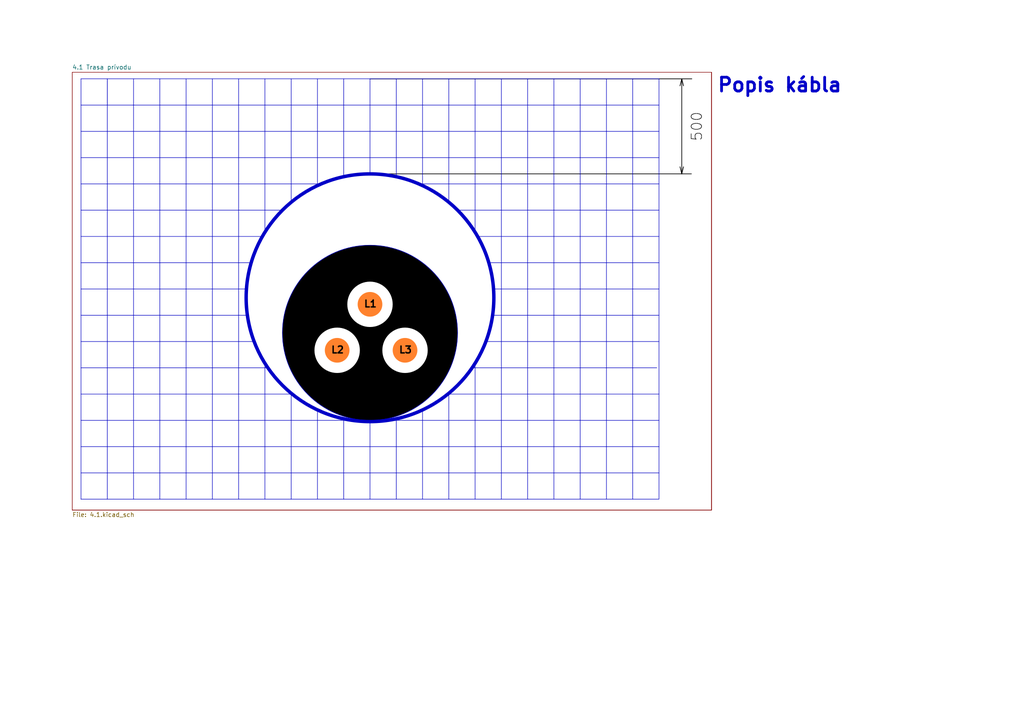
<source format=kicad_sch>
(kicad_sch
	(version 20231120)
	(generator "eeschema")
	(generator_version "8.0")
	(uuid "776e7d7d-dc35-4eeb-bc8a-8a876fc6a700")
	(paper "A4")
	(title_block
		(title "Projekt elektroinštalácie rodinného domu")
		(date "2024-05-09")
		(rev "1")
		(comment 4 "001-24")
		(comment 5 "Konanie stavby: 96901 Banská Štiavnica, Belianska 1770/15")
	)
	(lib_symbols)
	(polyline
		(pts
			(xy 197.739 50.419) (xy 198.247 48.387)
		)
		(stroke
			(width 0.2)
			(type default)
			(color 0 0 0 1)
		)
		(uuid "040611a8-3d71-484c-985f-77705870e83b")
	)
	(polyline
		(pts
			(xy 114.935 22.86) (xy 114.935 50.8)
		)
		(stroke
			(width 0)
			(type default)
		)
		(uuid "05c49ce8-955f-41fe-8244-7600d7e1efdc")
	)
	(polyline
		(pts
			(xy 139.065 68.58) (xy 191.135 68.58)
		)
		(stroke
			(width 0)
			(type default)
		)
		(uuid "06893314-5645-4e42-8fe7-c3c2acbbb6b2")
	)
	(polyline
		(pts
			(xy 160.655 22.86) (xy 160.655 144.78)
		)
		(stroke
			(width 0)
			(type default)
		)
		(uuid "06d0a0a1-1a68-400c-b4e7-6e0b92806bf3")
	)
	(polyline
		(pts
			(xy 31.115 83.82) (xy 23.495 83.82)
		)
		(stroke
			(width 0)
			(type default)
		)
		(uuid "07d5aa46-27f1-4154-8a97-f5f7e2f65c50")
	)
	(polyline
		(pts
			(xy 168.275 121.92) (xy 168.275 144.78)
		)
		(stroke
			(width 0)
			(type default)
		)
		(uuid "0b03178a-95a5-4bab-bfee-eb3b0e2bdf71")
	)
	(polyline
		(pts
			(xy 31.115 99.06) (xy 23.495 99.06)
		)
		(stroke
			(width 0)
			(type default)
		)
		(uuid "0e10ee75-0102-4a0a-bd0b-4d5b8485d754")
	)
	(polyline
		(pts
			(xy 23.495 60.96) (xy 31.115 60.96)
		)
		(stroke
			(width 0)
			(type default)
		)
		(uuid "11cec60d-ffae-4619-987d-60611c00cbb2")
	)
	(polyline
		(pts
			(xy 31.115 137.16) (xy 38.735 137.16)
		)
		(stroke
			(width 0)
			(type default)
		)
		(uuid "1502363f-fd6d-47ae-b52a-283240dd02f3")
	)
	(polyline
		(pts
			(xy 168.275 45.72) (xy 168.275 121.92)
		)
		(stroke
			(width 0)
			(type default)
		)
		(uuid "1b76dffc-bb26-4a09-9fad-0d2d7016c1de")
	)
	(polyline
		(pts
			(xy 140.97 99.06) (xy 191.135 99.06)
		)
		(stroke
			(width 0)
			(type default)
		)
		(uuid "1f9c2cda-f065-4498-9809-d0abf409d7b1")
	)
	(polyline
		(pts
			(xy 53.975 45.72) (xy 168.275 45.72)
		)
		(stroke
			(width 0)
			(type default)
		)
		(uuid "1fea345e-6255-40b7-aef9-edbe0618beba")
	)
	(polyline
		(pts
			(xy 31.115 106.68) (xy 23.495 106.68)
		)
		(stroke
			(width 0)
			(type default)
		)
		(uuid "208c49bf-b9c8-4552-91e1-2878882c4e16")
	)
	(polyline
		(pts
			(xy 23.495 45.72) (xy 31.115 45.72)
		)
		(stroke
			(width 0)
			(type default)
		)
		(uuid "20b57a37-138b-4b89-9998-e2ed3d740c2f")
	)
	(polyline
		(pts
			(xy 31.115 129.54) (xy 23.495 129.54)
		)
		(stroke
			(width 0)
			(type default)
		)
		(uuid "216510a7-840d-4999-81a4-944f2527f07c")
	)
	(polyline
		(pts
			(xy 107.315 122.555) (xy 107.315 144.78)
		)
		(stroke
			(width 0)
			(type default)
		)
		(uuid "235cccf0-e3df-49ed-8eb7-acf1016a3a74")
	)
	(polyline
		(pts
			(xy 53.975 121.92) (xy 53.975 144.78)
		)
		(stroke
			(width 0)
			(type default)
		)
		(uuid "25f6a189-b45b-4d4f-a4eb-c6747e09eec1")
	)
	(polyline
		(pts
			(xy 175.895 129.54) (xy 191.135 129.54)
		)
		(stroke
			(width 0)
			(type default)
		)
		(uuid "26be2f49-c019-45a7-b105-f8f30b57d94f")
	)
	(polyline
		(pts
			(xy 197.231 24.892) (xy 197.739 22.86)
		)
		(stroke
			(width 0.2)
			(type default)
			(color 0 0 0 1)
		)
		(uuid "2ccf1095-a0ee-4d02-988b-13b75e6c085c")
	)
	(polyline
		(pts
			(xy 142.24 76.2) (xy 191.135 76.2)
		)
		(stroke
			(width 0)
			(type default)
		)
		(uuid "309ae342-227a-4f54-a2c5-e496b5472393")
	)
	(polyline
		(pts
			(xy 183.515 137.16) (xy 183.515 144.78)
		)
		(stroke
			(width 0)
			(type default)
		)
		(uuid "30de94ba-078f-4a21-ac04-42f9086727da")
	)
	(polyline
		(pts
			(xy 31.115 38.1) (xy 23.495 38.1)
		)
		(stroke
			(width 0)
			(type default)
		)
		(uuid "3a13aca5-5287-48cf-9e54-72132d04951f")
	)
	(polyline
		(pts
			(xy 137.795 144.78) (xy 137.795 105.41)
		)
		(stroke
			(width 0)
			(type default)
		)
		(uuid "3d7fb739-4eaf-4511-a4bb-adc89f3bb29f")
	)
	(polyline
		(pts
			(xy 53.975 22.86) (xy 53.975 45.72)
		)
		(stroke
			(width 0)
			(type default)
		)
		(uuid "3dfbe99b-e51e-4851-97e1-b69de1c2cf7b")
	)
	(polyline
		(pts
			(xy 31.115 76.2) (xy 23.495 76.2)
		)
		(stroke
			(width 0)
			(type default)
		)
		(uuid "406f3a91-eed2-49e3-8dc0-64f676cb17cc")
	)
	(polyline
		(pts
			(xy 168.275 121.92) (xy 191.135 121.92)
		)
		(stroke
			(width 0)
			(type default)
		)
		(uuid "42afe1fb-dfe1-494a-aefc-274fee7bdc51")
	)
	(polyline
		(pts
			(xy 130.175 22.86) (xy 130.175 58.42)
		)
		(stroke
			(width 0)
			(type default)
		)
		(uuid "43612f7f-da19-4284-930f-f18ce6de001f")
	)
	(polyline
		(pts
			(xy 168.275 22.86) (xy 168.275 45.72)
		)
		(stroke
			(width 0)
			(type default)
		)
		(uuid "4506166e-cef1-4aa1-9caa-705644fec295")
	)
	(polyline
		(pts
			(xy 38.735 22.86) (xy 38.735 30.48)
		)
		(stroke
			(width 0)
			(type default)
		)
		(uuid "45fa1611-751d-4a68-9859-6df35651ea1d")
	)
	(polyline
		(pts
			(xy 121.92 53.34) (xy 191.135 53.34)
		)
		(stroke
			(width 0)
			(type default)
		)
		(uuid "476e0962-c644-45fa-b1fe-7d297d737403")
	)
	(polyline
		(pts
			(xy 31.115 45.72) (xy 53.975 45.72)
		)
		(stroke
			(width 0)
			(type default)
		)
		(uuid "48cc8848-df78-4e2e-92ad-23809d9efb6a")
	)
	(polyline
		(pts
			(xy 197.739 50.419) (xy 197.231 48.387)
		)
		(stroke
			(width 0.2)
			(type default)
			(color 0 0 0 1)
		)
		(uuid "4929b80c-85cd-4116-9dbf-64eac96cb967")
	)
	(polyline
		(pts
			(xy 31.115 114.3) (xy 84.455 114.3)
		)
		(stroke
			(width 0)
			(type default)
		)
		(uuid "4a26ce43-e519-4f79-8eae-9f56255ff343")
	)
	(polyline
		(pts
			(xy 143.51 83.82) (xy 191.135 83.82)
		)
		(stroke
			(width 0)
			(type default)
		)
		(uuid "4b256ff0-d759-421a-add2-45d5ac06ba05")
	)
	(polyline
		(pts
			(xy 23.495 68.58) (xy 31.115 68.58)
		)
		(stroke
			(width 0)
			(type default)
		)
		(uuid "4c7c5320-8eda-4e1d-9f07-6cdd14730aa8")
	)
	(polyline
		(pts
			(xy 153.035 22.86) (xy 153.035 144.78)
		)
		(stroke
			(width 0)
			(type default)
		)
		(uuid "4ff52186-d31d-4192-a462-23169274c329")
	)
	(polyline
		(pts
			(xy 69.215 22.86) (xy 69.215 144.78)
		)
		(stroke
			(width 0)
			(type default)
		)
		(uuid "52792aac-d766-4933-85d9-3f15b20fb518")
	)
	(polyline
		(pts
			(xy 107.315 22.86) (xy 107.315 50.165)
		)
		(stroke
			(width 0)
			(type default)
		)
		(uuid "5416c9e3-df0c-4853-98e6-cd55ef20e93f")
	)
	(polyline
		(pts
			(xy 175.895 22.86) (xy 175.895 38.1)
		)
		(stroke
			(width 0)
			(type default)
		)
		(uuid "59af6cc2-b3f6-41cc-9f22-aea5a0284778")
	)
	(polyline
		(pts
			(xy 132.715 60.96) (xy 191.135 60.96)
		)
		(stroke
			(width 0)
			(type default)
		)
		(uuid "5be9044b-ad2b-46b5-95c1-359a2c61a1b7")
	)
	(polyline
		(pts
			(xy 107.315 22.86) (xy 200.66 22.86)
		)
		(stroke
			(width 0.2)
			(type default)
			(color 0 0 0 1)
		)
		(uuid "5c9de98a-678d-4fff-b48a-192da3d0f7d1")
	)
	(polyline
		(pts
			(xy 168.275 45.72) (xy 191.135 45.72)
		)
		(stroke
			(width 0)
			(type default)
		)
		(uuid "5f1b6f45-340c-4dc0-a790-6a7d21aeb510")
	)
	(polyline
		(pts
			(xy 46.355 129.54) (xy 46.355 144.78)
		)
		(stroke
			(width 0)
			(type default)
		)
		(uuid "618a8390-d3dc-44f9-ade0-076c4d9d346a")
	)
	(polyline
		(pts
			(xy 31.115 106.68) (xy 77.47 106.68)
		)
		(stroke
			(width 0)
			(type default)
		)
		(uuid "6226bb39-c3f5-412f-9366-3a6ec4ca3e2d")
	)
	(polyline
		(pts
			(xy 23.495 30.48) (xy 31.115 30.48)
		)
		(stroke
			(width 0)
			(type default)
		)
		(uuid "630e2747-3ba7-494f-8460-b661838a4690")
	)
	(polyline
		(pts
			(xy 31.115 144.78) (xy 23.495 144.78)
		)
		(stroke
			(width 0)
			(type default)
		)
		(uuid "63e2093e-90d2-4021-ab50-d7e4e4fbf381")
	)
	(polyline
		(pts
			(xy 122.555 22.86) (xy 122.555 53.34)
		)
		(stroke
			(width 0)
			(type default)
		)
		(uuid "65babc48-a84f-495b-9ea8-fb0dfbcc4f2f")
	)
	(polyline
		(pts
			(xy 31.115 91.44) (xy 23.495 91.44)
		)
		(stroke
			(width 0)
			(type default)
		)
		(uuid "680b7c3e-4b2f-4387-b058-5d069552192b")
	)
	(polyline
		(pts
			(xy 137.16 106.68) (xy 190.5 106.68)
		)
		(stroke
			(width 0)
			(type default)
		)
		(uuid "69b6b65b-4005-4518-b183-1eb745a20935")
	)
	(polyline
		(pts
			(xy 175.895 38.1) (xy 191.135 38.1)
		)
		(stroke
			(width 0)
			(type default)
		)
		(uuid "6aa48567-2043-4b27-9f91-7704e1e6892c")
	)
	(polyline
		(pts
			(xy 31.115 129.54) (xy 46.355 129.54)
		)
		(stroke
			(width 0)
			(type default)
		)
		(uuid "6d71d412-93af-46e6-a368-7bf298e8e215")
	)
	(polyline
		(pts
			(xy 183.515 22.86) (xy 183.515 30.48)
		)
		(stroke
			(width 0)
			(type default)
		)
		(uuid "6ed89b57-d867-4a24-8a1b-67b327e13ac5")
	)
	(polyline
		(pts
			(xy 23.495 22.86) (xy 31.115 22.86)
		)
		(stroke
			(width 0)
			(type default)
		)
		(uuid "72628065-757e-4596-8747-c86069368b8a")
	)
	(polyline
		(pts
			(xy 31.115 60.96) (xy 81.915 60.96)
		)
		(stroke
			(width 0)
			(type default)
		)
		(uuid "72bbce5c-2cde-4876-bf1f-ca261cd582f7")
	)
	(polyline
		(pts
			(xy 31.115 121.92) (xy 53.975 121.92)
		)
		(stroke
			(width 0)
			(type default)
		)
		(uuid "734acabb-39e3-4793-9c9f-5acabcedcd1a")
	)
	(polyline
		(pts
			(xy 130.175 114.3) (xy 191.135 114.3)
		)
		(stroke
			(width 0)
			(type default)
		)
		(uuid "73618fe0-bc1b-43d8-aeb6-5df30fad2e2a")
	)
	(polyline
		(pts
			(xy 183.515 137.16) (xy 191.135 137.16)
		)
		(stroke
			(width 0)
			(type default)
		)
		(uuid "75909cca-5d18-487d-a39c-ffd5a7348279")
	)
	(polyline
		(pts
			(xy 99.695 121.92) (xy 99.695 144.78)
		)
		(stroke
			(width 0)
			(type default)
		)
		(uuid "79cb0fc7-b8a4-4327-85c5-b6f83f109f0e")
	)
	(polyline
		(pts
			(xy 183.515 30.48) (xy 191.135 30.48)
		)
		(stroke
			(width 0)
			(type default)
		)
		(uuid "7c2021fb-b3b8-4b9a-a672-1c10c99490e9")
	)
	(polyline
		(pts
			(xy 99.695 22.86) (xy 99.695 50.8)
		)
		(stroke
			(width 0)
			(type default)
		)
		(uuid "7c205899-3016-4a5c-a9eb-c34b8150575c")
	)
	(polyline
		(pts
			(xy 130.175 144.78) (xy 130.175 114.3)
		)
		(stroke
			(width 0)
			(type default)
		)
		(uuid "7dbdb3f8-afe3-4df5-8e26-e989a29c540b")
	)
	(polyline
		(pts
			(xy 61.595 22.86) (xy 61.595 144.78)
		)
		(stroke
			(width 0)
			(type default)
		)
		(uuid "802952d5-2877-4f66-aaf8-3a5bdf91dc5d")
	)
	(polyline
		(pts
			(xy 84.455 22.86) (xy 84.455 58.42)
		)
		(stroke
			(width 0)
			(type default)
		)
		(uuid "836b2599-f18d-4c11-88cf-2940a4646d5f")
	)
	(polyline
		(pts
			(xy 145.415 22.86) (xy 145.415 144.78)
		)
		(stroke
			(width 0)
			(type default)
		)
		(uuid "869892fe-b9cd-4d4d-8c07-f228311f2679")
	)
	(polyline
		(pts
			(xy 76.835 22.86) (xy 76.835 67.31)
		)
		(stroke
			(width 0)
			(type default)
		)
		(uuid "8bc6b21e-d0f9-43c5-8c42-8c4c2e1a7250")
	)
	(polyline
		(pts
			(xy 92.075 119.38) (xy 92.075 144.78)
		)
		(stroke
			(width 0)
			(type default)
		)
		(uuid "8e3fc275-246b-40ea-b6de-8784e7712bba")
	)
	(polyline
		(pts
			(xy 84.455 114.3) (xy 84.455 144.78)
		)
		(stroke
			(width 0)
			(type default)
		)
		(uuid "9ca6d30d-a761-4951-b96f-10e943e319a5")
	)
	(polyline
		(pts
			(xy 31.115 91.44) (xy 71.755 91.44)
		)
		(stroke
			(width 0)
			(type default)
		)
		(uuid "9d358bfe-5d1d-4b3b-8276-d4325b66b657")
	)
	(polyline
		(pts
			(xy 31.115 114.3) (xy 23.495 114.3)
		)
		(stroke
			(width 0)
			(type default)
		)
		(uuid "9eba4188-7579-4884-909a-84d496c3dd23")
	)
	(polyline
		(pts
			(xy 114.935 121.92) (xy 114.935 144.78)
		)
		(stroke
			(width 0)
			(type default)
		)
		(uuid "9f5e8e54-647c-4ec8-bcd5-81f418da26df")
	)
	(polyline
		(pts
			(xy 31.115 99.06) (xy 73.66 99.06)
		)
		(stroke
			(width 0)
			(type default)
		)
		(uuid "a374abc0-5c3a-420f-90cd-6d9f3944261d")
	)
	(polyline
		(pts
			(xy 31.115 83.82) (xy 71.12 83.82)
		)
		(stroke
			(width 0)
			(type default)
		)
		(uuid "a9f17630-5229-4cac-a713-0cace66508d6")
	)
	(polyline
		(pts
			(xy 23.495 53.34) (xy 31.115 53.34)
		)
		(stroke
			(width 0)
			(type default)
		)
		(uuid "b4d6c9be-c93f-4e22-932c-2beccae90faa")
	)
	(polyline
		(pts
			(xy 23.495 144.78) (xy 23.495 22.86)
		)
		(stroke
			(width 0)
			(type default)
		)
		(uuid "b5d01c02-6b3a-4e19-896e-8811b49bc686")
	)
	(polyline
		(pts
			(xy 122.555 119.38) (xy 122.555 144.78)
		)
		(stroke
			(width 0)
			(type default)
		)
		(uuid "b9d6afba-5265-4ea1-b89b-21de4e7bb75d")
	)
	(polyline
		(pts
			(xy 142.875 91.44) (xy 191.135 91.44)
		)
		(stroke
			(width 0)
			(type default)
		)
		(uuid "ba595619-9040-400c-b8e7-b592bd1ee197")
	)
	(polyline
		(pts
			(xy 113.665 121.92) (xy 168.275 121.92)
		)
		(stroke
			(width 0)
			(type default)
		)
		(uuid "bff50615-8d24-4deb-89a6-034c52366a9f")
	)
	(polyline
		(pts
			(xy 31.115 38.1) (xy 46.355 38.1)
		)
		(stroke
			(width 0)
			(type default)
		)
		(uuid "c4aa6fdd-e696-492c-b625-71eeb7ba61f6")
	)
	(polyline
		(pts
			(xy 175.895 129.54) (xy 175.895 144.78)
		)
		(stroke
			(width 0)
			(type default)
		)
		(uuid "c75a6745-de85-47a1-b2de-ca1c56c520a5")
	)
	(polyline
		(pts
			(xy 76.835 144.78) (xy 76.835 105.41)
		)
		(stroke
			(width 0)
			(type default)
		)
		(uuid "ca5f97f3-ad96-44f6-8c03-bbe2f5f7942f")
	)
	(polyline
		(pts
			(xy 31.115 76.2) (xy 72.39 76.2)
		)
		(stroke
			(width 0)
			(type default)
		)
		(uuid "cb166f3c-495d-4788-9b1d-2803622d0a84")
	)
	(polyline
		(pts
			(xy 31.115 68.58) (xy 75.565 68.58)
		)
		(stroke
			(width 0)
			(type default)
		)
		(uuid "cedaf440-fead-41b9-82a3-2a6bcf3a04e1")
	)
	(polyline
		(pts
			(xy 53.975 121.92) (xy 102.235 121.92)
		)
		(stroke
			(width 0)
			(type default)
		)
		(uuid "d8430d71-5f1d-4a78-9da8-cfa503c416b4")
	)
	(polyline
		(pts
			(xy 31.115 137.16) (xy 23.495 137.16)
		)
		(stroke
			(width 0)
			(type default)
		)
		(uuid "db1a0949-74e4-4908-92be-78028c6b037a")
	)
	(polyline
		(pts
			(xy 31.115 30.48) (xy 38.735 30.48)
		)
		(stroke
			(width 0)
			(type default)
		)
		(uuid "dd7f6f49-735b-4b73-95e7-8d61fff9fa8f")
	)
	(polyline
		(pts
			(xy 46.355 22.86) (xy 46.355 38.1)
		)
		(stroke
			(width 0)
			(type default)
		)
		(uuid "e3ccbed4-e728-4766-b46b-3f6b8fda423d")
	)
	(polyline
		(pts
			(xy 198.247 24.892) (xy 197.739 22.86)
		)
		(stroke
			(width 0.2)
			(type default)
			(color 0 0 0 1)
		)
		(uuid "e5b60335-7dd6-4096-b7c3-9a43dd289c6e")
	)
	(polyline
		(pts
			(xy 53.975 45.72) (xy 53.975 121.92)
		)
		(stroke
			(width 0)
			(type default)
		)
		(uuid "f1129477-6c81-4714-b9f6-62ba08b7ead1")
	)
	(polyline
		(pts
			(xy 38.735 137.16) (xy 38.735 144.78)
		)
		(stroke
			(width 0)
			(type default)
		)
		(uuid "f13b75e7-2a1c-4997-af51-cb2e080477d1")
	)
	(polyline
		(pts
			(xy 31.115 53.34) (xy 92.71 53.34)
		)
		(stroke
			(width 0)
			(type default)
		)
		(uuid "f199e27d-605c-47d9-9aa0-ec452bf0f7e9")
	)
	(polyline
		(pts
			(xy 92.075 22.86) (xy 92.075 53.34)
		)
		(stroke
			(width 0)
			(type default)
		)
		(uuid "f1b11782-6ca0-49d8-8372-ac4375c92ee1")
	)
	(polyline
		(pts
			(xy 31.115 22.86) (xy 31.115 30.48)
		)
		(stroke
			(width 0)
			(type default)
		)
		(uuid "f8893c88-021d-4fa0-9ecd-c4a395a310d7")
	)
	(polyline
		(pts
			(xy 137.795 22.86) (xy 137.795 67.31)
		)
		(stroke
			(width 0)
			(type default)
		)
		(uuid "f9b00403-9c54-4821-90cd-71ce2b97d807")
	)
	(polyline
		(pts
			(xy 197.739 22.86) (xy 197.739 50.419)
		)
		(stroke
			(width 0.2)
			(type default)
			(color 0 0 0 1)
		)
		(uuid "fa5dde87-083c-44a3-81e6-3b5e79b5efbd")
	)
	(polyline
		(pts
			(xy 107.315 50.419) (xy 200.533 50.419)
		)
		(stroke
			(width 0.2)
			(type default)
			(color 0 0 0 1)
		)
		(uuid "fc8d57ba-7cf9-4c64-b8ae-ddfcac48bf23")
	)
	(polyline
		(pts
			(xy 31.115 121.92) (xy 23.495 121.92)
		)
		(stroke
			(width 0)
			(type default)
		)
		(uuid "fd464451-0a36-4051-ab4d-2f6f9c657768")
	)
	(circle
		(center 107.315 96.52)
		(radius 25.4)
		(stroke
			(width 0)
			(type default)
		)
		(fill
			(type color)
			(color 0 0 0 1)
		)
		(uuid 11adaf4b-6a25-4e5f-8ab6-963088615729)
	)
	(rectangle
		(start 31.115 22.86)
		(end 191.135 144.78)
		(stroke
			(width 0)
			(type default)
		)
		(fill
			(type none)
		)
		(uuid 19ab9dfe-6853-4f33-8b4d-211ab7780521)
	)
	(rectangle
		(start 46.355 38.1)
		(end 175.895 129.54)
		(stroke
			(width 0)
			(type default)
		)
		(fill
			(type none)
		)
		(uuid 312b0e9b-971d-463f-8a83-9d274a1337ba)
	)
	(circle
		(center 107.315 86.36)
		(radius 35.921)
		(stroke
			(width 1)
			(type default)
		)
		(fill
			(type none)
		)
		(uuid 3a875cb0-5f5c-43f2-8bce-2a456edfb17a)
	)
	(circle
		(center 117.475 101.6)
		(radius 5.08)
		(stroke
			(width 3)
			(type default)
			(color 255 255 255 1)
		)
		(fill
			(type color)
			(color 255 130 45 1)
		)
		(uuid 4801919f-7cb7-405d-9aaa-4fa31cbbe5aa)
	)
	(circle
		(center 107.315 88.265)
		(radius 5.08)
		(stroke
			(width 3)
			(type default)
			(color 255 255 255 1)
		)
		(fill
			(type color)
			(color 255 130 45 1)
		)
		(uuid 7786283e-99ef-490b-bda6-448524ea3cd8)
	)
	(rectangle
		(start 38.735 30.48)
		(end 183.515 137.16)
		(stroke
			(width 0)
			(type default)
		)
		(fill
			(type none)
		)
		(uuid b662554d-39b9-49cd-9710-0ea37baa30d8)
	)
	(circle
		(center 97.79 101.6)
		(radius 5.08)
		(stroke
			(width 3)
			(type default)
			(color 255 255 255 1)
		)
		(fill
			(type color)
			(color 255 130 45 1)
		)
		(uuid ea5df883-428f-4af4-90fe-0ddfe608a83c)
	)
	(text "L1"
		(exclude_from_sim no)
		(at 105.41 89.535 0)
		(effects
			(font
				(size 2 2)
				(bold yes)
				(color 0 0 0 1)
			)
			(justify left bottom)
		)
		(uuid "12f3a9a6-45a2-4488-899c-7db63e8c8e19")
	)
	(text "L2"
		(exclude_from_sim no)
		(at 95.885 102.87 0)
		(effects
			(font
				(size 2 2)
				(bold yes)
				(color 0 0 0 1)
			)
			(justify left bottom)
		)
		(uuid "4f598fe6-472f-499c-850b-77368583da51")
	)
	(text "Popis kábla\n"
		(exclude_from_sim no)
		(at 244.475 27.178 0)
		(effects
			(font
				(size 4 4)
				(bold yes)
			)
			(justify right bottom)
		)
		(uuid "7e5961f7-76a6-4c07-9d2c-6e47b702dc6a")
	)
	(text "500"
		(exclude_from_sim no)
		(at 203.835 41.275 90)
		(effects
			(font
				(size 3 3)
				(color 0 0 0 1)
			)
			(justify left bottom)
		)
		(uuid "a9340678-439c-4158-bd32-8403e093d11a")
	)
	(text "L3"
		(exclude_from_sim no)
		(at 115.57 102.87 0)
		(effects
			(font
				(size 2 2)
				(bold yes)
				(color 0 0 0 1)
			)
			(justify left bottom)
		)
		(uuid "cdb7aacd-93c4-49fa-aa5b-aa62766b3e74")
	)
	(sheet
		(at 20.955 20.955)
		(size 185.42 127)
		(fields_autoplaced yes)
		(stroke
			(width 0.1524)
			(type solid)
		)
		(fill
			(color 0 0 0 0.0000)
		)
		(uuid "30ab1d3b-953f-482c-a814-f65f6ae01581")
		(property "Sheetname" "4.1 Trasa prívodu"
			(at 20.955 20.2434 0)
			(effects
				(font
					(size 1.27 1.27)
				)
				(justify left bottom)
			)
		)
		(property "Sheetfile" "4.1.kicad_sch"
			(at 20.955 148.5396 0)
			(effects
				(font
					(size 1.27 1.27)
				)
				(justify left top)
			)
		)
		(instances
			(project "09-05-2024_Projekt_elektorinštalácie"
				(path "/9555f13b-314b-4c7b-8351-226ce4930623/adc1db55-5dac-404c-8150-3e73f8a79d82"
					(page "7")
				)
			)
		)
	)
)

</source>
